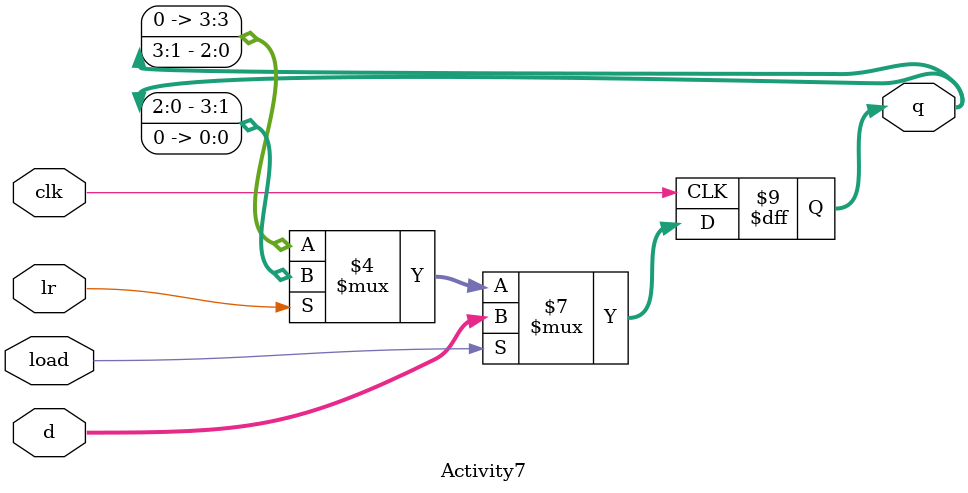
<source format=v>
`timescale 1ns / 1ps
module Activity7(input clk, input load, input lr, input[3:0] d, output reg[3:0] q);

	always@(posedge clk)
		if(load)
			q <= d;
		else if (lr)
			q <= { q[2:0], 1'b0};
		else
			q <= q >> 1;

endmodule

</source>
